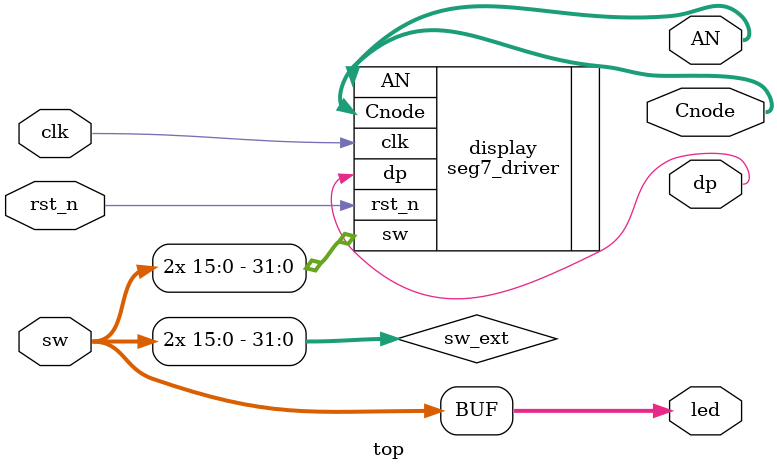
<source format=v>
`timescale 1ns / 1ps


module top(
  input clk,
  input rst_n,
  input [15:0] sw,
  output [15:0] led,
  output [6:0] Cnode,
  output dp,
  output [7:0] AN
           );
   
   
  assign led = sw;  // Mirror switches to LEDs
 

  wire [31:0] sw_ext = {sw, sw};  // Zero-extend to match 32-bit input

  seg7_driver display(
    .clk(clk),
    .rst_n(rst_n),
    .sw(sw_ext),
    .Cnode(Cnode),
    .dp(dp),
    .AN(AN)
  );        
  
endmodule

</source>
